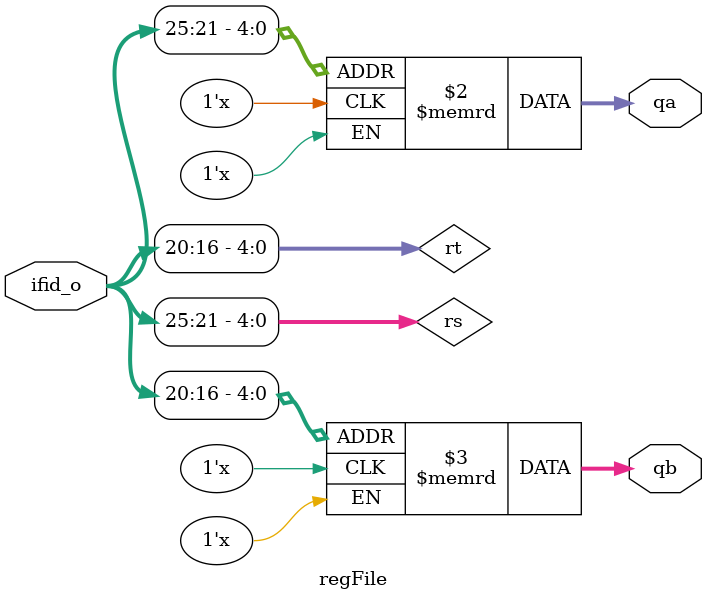
<source format=v>
`timescale 1ns / 1ps


module regFile(input wire[31:0]ifid_o, output reg[31:0] qa, output reg[31:0] qb); // similar to IM
   reg[31:0] rF [0:31]; //31 x 31 array
   reg[4:0] rs;
   reg[4:0] rt;

always @(ifid_o)
begin
    // extracting rs & rt
    rs = ifid_o[25:21]; // rna, which is also rs
    rt = ifid_o[20:16]; // rnb, which is also rt (may fix both in later labs)
    qa = rF[rs];
    qb = rF[rt];
end
endmodule

</source>
